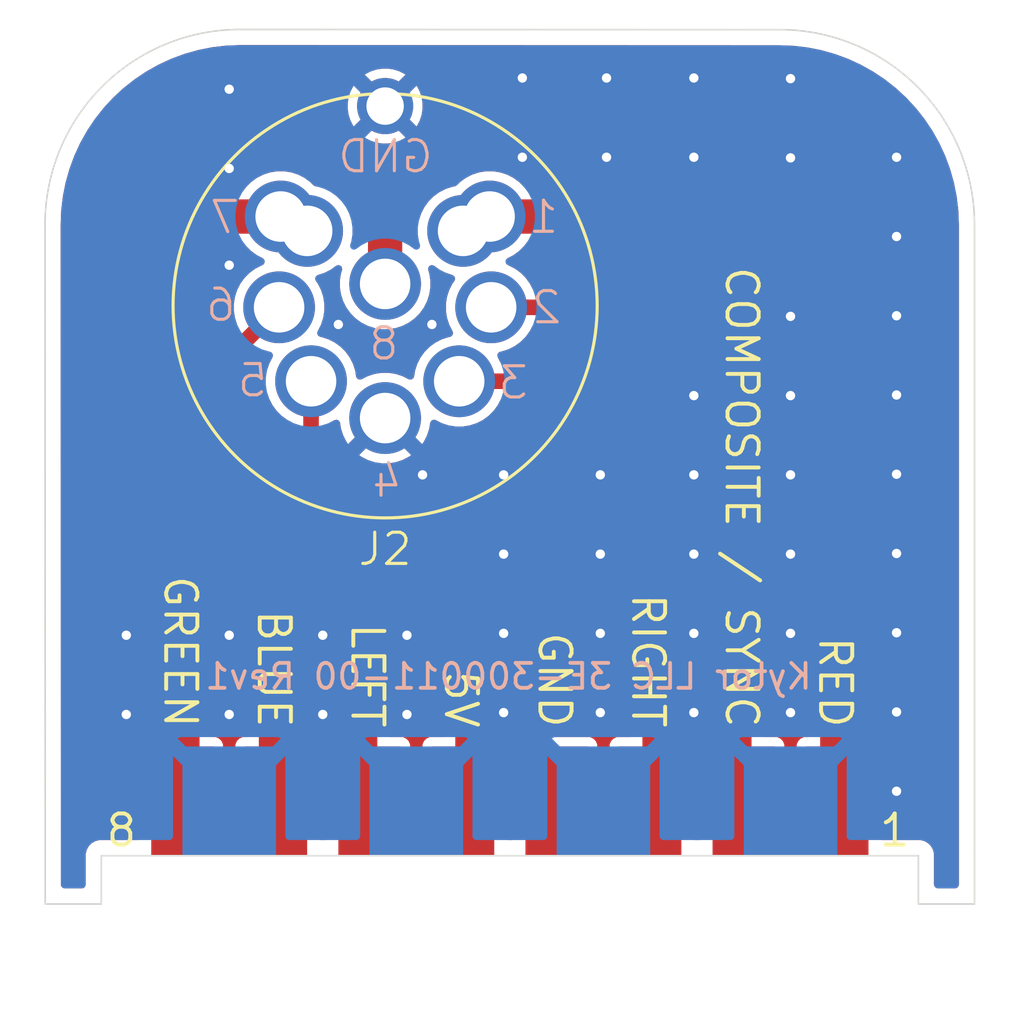
<source format=kicad_pcb>
(kicad_pcb (version 20241229) (generator "pcbnew") (generator_version "9.0")
  (layers (0 "F.Cu" signal) (2 "B.Cu" signal) (13 "F.Paste" user) (15 "B.Paste" user) (5 "F.SilkS" user "F.Silkscreen") (7 "B.SilkS" user "B.Silkscreen") (1 "F.Mask" user) (3 "B.Mask" user) (25 "Edge.Cuts" user))
  (net 0 "")
  (net 1 "/Sync")
  (net 2 "/Red")
  (net 3 "/Blue")
  (net 4 "/Left")
  (net 5 "/Right")
  (net 6 "/Green")
  (net 7 "/5V")
  (net 8 "GND")
  (footprint "Custom_Connectors:Tee Joint 9 Pin" (layer "F.Cu") (at 165.4 99.075)
    (property "Reference" "J1" (hide yes))
    (property "Value" "~")
    (fp_line (start -13.8 -0.5) (end -13.8 -2.05) (stroke (width 0.05)) (layer "Edge.Cuts"))
    (fp_line (start -12 -2.05) (end -12 -0.5) (stroke (width 0.05)) (layer "Edge.Cuts"))
    (fp_line (start -12 -0.5) (end -13.8 -0.5) (stroke (width 0.05)) (layer "Edge.Cuts"))
    (fp_line (start -10.4 -2.05) (end -12 -2.05) (stroke (width 0.05)) (layer "Edge.Cuts"))
    (fp_line (start -10.4 -2.05) (end 12.6 -2.05) (stroke (width 0.05)) (layer "Edge.Cuts"))
    (fp_line (start 12.6 -2.05) (end 14.2 -2.05) (stroke (width 0.05)) (layer "Edge.Cuts"))
    (fp_line (start 14.2 -2.05) (end 14.2 -0.5) (stroke (width 0.05)) (layer "Edge.Cuts"))
    (fp_line (start 14.2 -0.5) (end 16 -0.5) (stroke (width 0.05)) (layer "Edge.Cuts"))
    (fp_line (start 16 -0.5) (end 16 -2.05) (stroke (width 0.05)) (layer "Edge.Cuts"))
    (pad "1" smd rect (at 11.6 -3.8) (size 2 3.5) (layers "F.Cu" "F.Mask" "F.Paste") (net 2 "/Red"))
    (pad "2" smd rect (at 8.6 -3.8) (size 2 3.5) (layers "F.Cu" "F.Mask" "F.Paste") (net 1 "/Sync"))
    (pad "3" smd rect (at 5.6 -3.8) (size 2 3.5) (layers "F.Cu" "F.Mask" "F.Paste") (net 5 "/Right"))
    (pad "4" smd rect (at 2.6 -3.8) (size 2 3.5) (layers "F.Cu" "F.Mask" "F.Paste") (net 8 "GND"))
    (pad "5" smd rect (at -0.4 -3.8) (size 2 3.5) (layers "F.Cu" "F.Mask" "F.Paste") (net 7 "/5V"))
    (pad "6" smd rect (at -3.4 -3.8) (size 2 3.5) (layers "F.Cu" "F.Mask" "F.Paste") (net 4 "/Left"))
    (pad "7" smd rect (at -6.4 -3.8) (size 2 3.5) (layers "F.Cu" "F.Mask" "F.Paste") (net 3 "/Blue"))
    (pad "8" smd rect (at -9.4 -3.8) (size 2 3.5) (layers "F.Cu" "F.Mask" "F.Paste") (net 6 "/Green"))
    (pad "GND" smd rect (at -7.9 -3.8) (size 3 3.5) (layers "B.Cu" "B.Mask" "B.Paste") (net 8 "GND"))
    (pad "GND" smd rect (at -1.9 -3.8) (size 3 3.5) (layers "B.Cu" "B.Mask" "B.Paste") (net 8 "GND"))
    (pad "GND" smd rect (at 4.1 -3.8) (size 3 3.5) (layers "B.Cu" "B.Mask" "B.Paste") (net 8 "GND"))
    (pad "GND" smd rect (at 10.1 -3.8) (size 3 3.5) (layers "B.Cu" "B.Mask" "B.Paste") (net 8 "GND"))
  )
  (footprint "Custom_Connectors:DIN_8_262-270_Male" (layer "F.Cu") (at 162.5 86)
    (property "Reference" "J2" (at 0 1.2 0) (layer "F.SilkS") (effects (font (thickness 0.1))))
    (property "Value" "~")
    (fp_circle (center 0 -6.6) (end 6.8 -6.6) (stroke (width 0.1)) (fill no) (layer "F.SilkS"))
    (fp_text user "1" (at 5.62 -8.86 0) (layer "B.SilkS") (effects (font (thickness 0.1)) (justify left bottom mirror)))
    (fp_text user "5" (at -3.71 -3.62 0) (layer "B.SilkS") (effects (font (thickness 0.1)) (justify left bottom mirror)))
    (fp_text user "7" (at -4.6 -8.85 0) (layer "B.SilkS") (effects (font (thickness 0.1)) (justify left bottom mirror)))
    (fp_text user "3" (at 4.65 -3.55 0) (layer "B.SilkS") (effects (font (thickness 0.1)) (justify left bottom mirror)))
    (fp_text user "4" (at 0.6 -0.4 0) (layer "B.SilkS") (effects (font (thickness 0.1)) (justify left bottom mirror)))
    (fp_text user "GND" (at 1.6 -10.8 0) (layer "B.SilkS") (effects (font (thickness 0.1)) (justify left bottom mirror)))
    (fp_text user "6" (at -4.73 -6.04 0) (layer "B.SilkS") (effects (font (thickness 0.1)) (justify left bottom mirror)))
    (fp_text user "8" (at 0.5 -4.8 0) (layer "B.SilkS") (effects (font (thickness 0.1)) (justify left bottom mirror)))
    (fp_text user "2" (at 5.72 -5.96 0) (layer "B.SilkS") (effects (font (thickness 0.1)) (justify left bottom mirror)))
    (pad "1" thru_hole circle (at 3.35 -9.46 180) (size 2.3 2.3) (drill 1.62) (layers "*.Cu" "*.Mask") (net 2 "/Red"))
    (pad "2" thru_hole circle (at 3.4 -6.55 180) (size 2.3 2.3) (drill 1.62) (layers "*.Cu" "*.Mask") (net 1 "/Sync"))
    (pad "3" thru_hole circle (at 2.375 -4.18 180) (size 2.3 2.3) (drill 1.62) (layers "*.Cu" "*.Mask") (net 5 "/Right"))
    (pad "4" thru_hole circle (at 0 -3 180) (size 2.3 2.3) (drill 1.62) (layers "*.Cu" "*.Mask") (net 8 "GND"))
    (pad "5" thru_hole circle (at -2.375 -4.18 180) (size 2.3 2.3) (drill 1.62) (layers "*.Cu" "*.Mask") (net 7 "/5V"))
    (pad "6" thru_hole circle (at -3.4 -6.55 180) (size 2.3 2.3) (drill 1.62) (layers "*.Cu" "*.Mask") (net 4 "/Left"))
    (pad "7" thru_hole circle (at -3.35 -9.46 180) (size 2.3 2.3) (drill 1.62) (layers "*.Cu" "*.Mask") (net 3 "/Blue"))
    (pad "7" thru_hole circle (at -2.5 -9 180) (size 2.3 2.3) (drill 1.62) (layers "*.Cu" "*.Mask") (net 3 "/Blue"))
    (pad "7" thru_hole circle (at 2.5 -9 180) (size 2.3 2.3) (drill 1.62) (layers "*.Cu" "*.Mask") (net 3 "/Blue"))
    (pad "8" thru_hole circle (at 0 -7.3 180) (size 2.3 2.3) (drill 1.62) (layers "*.Cu" "*.Mask") (net 6 "/Green"))
    (pad "GND" thru_hole circle (at 0 -13 180) (size 1.8 1.8) (drill 1.2) (layers "*.Cu" "*.Mask") (net 8 "GND"))
  )
  (gr_line (start 175.15 70.55) (end 157.844417 70.544417) (stroke (width 0.05)) (layer "Edge.Cuts"))
  (gr_arc (start 151.594417 76.794417) (mid 153.425 72.375) (end 157.844417 70.544417) (stroke (width 0.05)) (layer "Edge.Cuts"))
  (gr_line (start 151.6 97.025) (end 151.594417 76.794417) (stroke (width 0.05)) (layer "Edge.Cuts"))
  (gr_arc (start 175.15 70.55) (mid 179.569417 72.380583) (end 181.4 76.8) (stroke (width 0.05)) (layer "Edge.Cuts"))
  (gr_line (start 181.4 76.8) (end 181.4 97.025) (stroke (width 0.05)) (layer "Edge.Cuts"))
  (gr_text "RED" (at 176.35 93 270) (layer "F.SilkS") (effects (font (size 1 1) (thickness 0.125)) (justify right bottom)))
  (gr_text "LEFT" (at 161.35 93 270) (layer "F.SilkS") (effects (font (size 1 1) (thickness 0.125)) (justify right bottom)))
  (gr_text "GND" (at 167.35 93 270) (layer "F.SilkS") (effects (font (size 1 1) (thickness 0.125)) (justify right bottom)))
  (gr_text "COMPOSITE / SYNC" (at 173.35 93 270) (layer "F.SilkS") (effects (font (size 1 1) (thickness 0.125)) (justify right bottom)))
  (gr_text "GREEN" (at 155.35 93 270) (layer "F.SilkS") (effects (font (size 1 1) (thickness 0.125)) (justify right bottom)))
  (gr_text "5V" (at 164.35 93 270) (layer "F.SilkS") (effects (font (size 1 1) (thickness 0.125)) (justify right bottom)))
  (gr_text "RIGHT" (at 170.35 93 270) (layer "F.SilkS") (effects (font (size 1 1) (thickness 0.125)) (justify right bottom)))
  (gr_text "1" (at 179.4 96.8 0) (layer "F.SilkS") (effects (font (size 1 1) (thickness 0.125)) (justify right bottom)))
  (gr_text "BLUE" (at 158.35 93 270) (layer "F.SilkS") (effects (font (size 1 1) (thickness 0.125)) (justify right bottom)))
  (gr_text "8" (at 154.6 96.8 0) (layer "F.SilkS") (effects (font (size 1 1) (thickness 0.125)) (justify right bottom)))
  (gr_text "Kytor LLC 3E-300011-00 Rev1" (at 176.25 91.75 0) (layer "B.SilkS") (effects (font (size 0.8 0.8) (thickness 0.12)) (justify left bottom mirror)))
  (segment (start 174 85.65) (end 174 95.275) (width 0.5) (layer "F.Cu") (net 1))
  (segment (start 165.9 79.45) (end 171.6 79.45) (width 0.5) (layer "F.Cu") (net 1))
  (segment (start 174 84.8) (end 174 85.65) (width 0.5) (layer "F.Cu") (net 1))
  (segment (start 174 81.85) (end 174 85.65) (width 0.5) (layer "F.Cu") (net 1))
  (segment (start 171.6 79.45) (end 174 81.85) (width 0.5) (layer "F.Cu") (net 1))
  (segment (start 177 78.4) (end 177 95.275) (width 1.1) (layer "F.Cu") (net 2))
  (segment (start 165.85 76.54) (end 175.14 76.54) (width 1.1) (layer "F.Cu") (net 2))
  (segment (start 175.14 76.54) (end 177 78.4) (width 1.1) (layer "F.Cu") (net 2))
  (segment (start 177 95.275) (end 176.775 95.275) (width 1.1) (layer "F.Cu") (net 2))
  (segment (start 159.15 76.54) (end 157.26 76.54) (width 1.1) (layer "F.Cu") (net 3))
  (segment (start 159 88) (end 159 95.275) (width 1.1) (layer "F.Cu") (net 3))
  (segment (start 155.95 77.85) (end 155.95 84.95) (width 1.1) (layer "F.Cu") (net 3))
  (segment (start 155.95 84.95) (end 159 88) (width 1.1) (layer "F.Cu") (net 3))
  (segment (start 157.26 76.54) (end 155.95 77.85) (width 1.1) (layer "F.Cu") (net 3))
  (segment (start 162 88.05) (end 162 95.275) (width 0.5) (layer "F.Cu") (net 4))
  (segment (start 159.1 79.45) (end 157.95 80.6) (width 0.5) (layer "F.Cu") (net 4))
  (segment (start 157.95 80.6) (end 157.95 84) (width 0.5) (layer "F.Cu") (net 4))
  (segment (start 157.95 84) (end 162 88.05) (width 0.5) (layer "F.Cu") (net 4))
  (segment (start 162 95.275) (end 161.775 95.275) (width 0.5) (layer "F.Cu") (net 4))
  (segment (start 170.775 95.275) (end 170.5 95) (width 0.5) (layer "F.Cu") (net 5))
  (segment (start 171 84.45) (end 171 95.275) (width 0.5) (layer "F.Cu") (net 5))
  (segment (start 168.37 81.82) (end 171 84.45) (width 0.5) (layer "F.Cu") (net 5))
  (segment (start 164.875 81.82) (end 168.37 81.82) (width 0.5) (layer "F.Cu") (net 5))
  (segment (start 156 95.275) (end 156 89.275) (width 1.1) (layer "F.Cu") (net 6))
  (segment (start 153.575 86.85) (end 153.575 76.425) (width 1.1) (layer "F.Cu") (net 6))
  (segment (start 153.575 76.425) (end 156.35 73.65) (width 1.1) (layer "F.Cu") (net 6))
  (segment (start 156.35 73.65) (end 159.9 73.65) (width 1.1) (layer "F.Cu") (net 6))
  (segment (start 159.9 73.65) (end 162.5 76.25) (width 1.1) (layer "F.Cu") (net 6))
  (segment (start 156 89.275) (end 153.575 86.85) (width 1.1) (layer "F.Cu") (net 6))
  (segment (start 162.5 76.25) (end 162.5 78.7) (width 1.1) (layer "F.Cu") (net 6))
  (segment (start 160.125 83.85) (end 165 88.725) (width 0.5) (layer "F.Cu") (net 7))
  (segment (start 160.125 81.82) (end 160.125 83.85) (width 0.5) (layer "F.Cu") (net 7))
  (segment (start 165 88.725) (end 165 95.275) (width 0.5) (layer "F.Cu") (net 7))
  (via (at 163.7 84.82) (size 0.6) (drill 0.3) (layers "F.Cu" "B.Cu") (net 8))
  (via (at 166.9 74.64) (size 0.6) (drill 0.3) (layers "F.Cu" "B.Cu") (net 8))
  (via (at 175.5 79.74) (size 0.6) (drill 0.3) (layers "F.Cu" "B.Cu") (net 8))
  (via (at 178.9 77.18) (size 0.6) (drill 0.3) (layers "F.Cu" "B.Cu") (net 8))
  (via (at 157.5 92.5) (size 0.6) (drill 0.3) (layers "F.Cu" "B.Cu") (net 8))
  (via (at 172.4 82.28) (size 0.6) (drill 0.3) (layers "F.Cu" "B.Cu") (net 8))
  (via (at 166.3 89.9) (size 0.6) (drill 0.3) (layers "F.Cu" "B.Cu") (net 8))
  (via (at 172.4 89.9) (size 0.6) (drill 0.3) (layers "F.Cu" "B.Cu") (net 8))
  (via (at 178.9 89.88) (size 0.6) (drill 0.3) (layers "F.Cu" "B.Cu") (net 8))
  (via (at 160.5 89.96) (size 0.6) (drill 0.3) (layers "F.Cu" "B.Cu") (net 8))
  (via (at 172.4 92.44) (size 0.6) (drill 0.3) (layers "F.Cu" "B.Cu") (net 8))
  (via (at 178.9 87.34) (size 0.6) (drill 0.3) (layers "F.Cu" "B.Cu") (net 8))
  (via (at 166.3 84.82) (size 0.6) (drill 0.3) (layers "F.Cu" "B.Cu") (net 8))
  (via (at 175.5 82.28) (size 0.6) (drill 0.3) (layers "F.Cu" "B.Cu") (net 8))
  (via (at 157.5 75) (size 0.6) (drill 0.3) (layers "F.Cu" "B.Cu") (net 8))
  (via (at 163.2 92.5) (size 0.6) (drill 0.3) (layers "F.Cu" "B.Cu") (net 8))
  (via (at 178.9 92.42) (size 0.6) (drill 0.3) (layers "F.Cu" "B.Cu") (net 8))
  (via (at 166.9 72.1) (size 0.6) (drill 0.3) (layers "F.Cu" "B.Cu") (net 8))
  (via (at 175.5 92.44) (size 0.6) (drill 0.3) (layers "F.Cu" "B.Cu") (net 8))
  (via (at 169.6 74.64) (size 0.6) (drill 0.3) (layers "F.Cu" "B.Cu") (net 8))
  (via (at 169.4 92.44) (size 0.6) (drill 0.3) (layers "F.Cu" "B.Cu") (net 8))
  (via (at 175.5 87.36) (size 0.6) (drill 0.3) (layers "F.Cu" "B.Cu") (net 8))
  (via (at 157.5 89.96) (size 0.6) (drill 0.3) (layers "F.Cu" "B.Cu") (net 8))
  (via (at 157.5 72.46) (size 0.6) (drill 0.3) (layers "F.Cu" "B.Cu") (net 8))
  (via (at 178.9 82.26) (size 0.6) (drill 0.3) (layers "F.Cu" "B.Cu") (net 8))
  (via (at 172.4 84.82) (size 0.6) (drill 0.3) (layers "F.Cu" "B.Cu") (net 8))
  (via (at 178.9 74.64) (size 0.6) (drill 0.3) (layers "F.Cu" "B.Cu") (net 8))
  (via (at 154.2 92.5) (size 0.6) (drill 0.3) (layers "F.Cu" "B.Cu") (net 8))
  (via (at 160.5 92.5) (size 0.6) (drill 0.3) (layers "F.Cu" "B.Cu") (net 8))
  (via (at 178.9 94.96) (size 0.6) (drill 0.3) (layers "F.Cu" "B.Cu") (net 8))
  (via (at 161 80) (size 0.6) (drill 0.3) (layers "F.Cu" "B.Cu") (net 8))
  (via (at 175.5 74.66) (size 0.6) (drill 0.3) (layers "F.Cu" "B.Cu") (net 8))
  (via (at 154.2 89.96) (size 0.6) (drill 0.3) (layers "F.Cu" "B.Cu") (net 8))
  (via (at 169.4 84.82) (size 0.6) (drill 0.3) (layers "F.Cu" "B.Cu") (net 8))
  (via (at 157.5 78.1) (size 0.6) (drill 0.3) (layers "F.Cu" "B.Cu") (net 8))
  (via (at 169.6 72.1) (size 0.6) (drill 0.3) (layers "F.Cu" "B.Cu") (net 8))
  (via (at 169.4 89.9) (size 0.6) (drill 0.3) (layers "F.Cu" "B.Cu") (net 8))
  (via (at 178.9 84.8) (size 0.6) (drill 0.3) (layers "F.Cu" "B.Cu") (net 8))
  (via (at 166.3 92.44) (size 0.6) (drill 0.3) (layers "F.Cu" "B.Cu") (net 8))
  (via (at 172.4 74.64) (size 0.6) (drill 0.3) (layers "F.Cu" "B.Cu") (net 8))
  (via (at 163.2 89.96) (size 0.6) (drill 0.3) (layers "F.Cu" "B.Cu") (net 8))
  (via (at 172.4 72.1) (size 0.6) (drill 0.3) (layers "F.Cu" "B.Cu") (net 8))
  (via (at 172.4 87.36) (size 0.6) (drill 0.3) (layers "F.Cu" "B.Cu") (net 8))
  (via (at 175.5 72.12) (size 0.6) (drill 0.3) (layers "F.Cu" "B.Cu") (net 8))
  (via (at 175.5 89.9) (size 0.6) (drill 0.3) (layers "F.Cu" "B.Cu") (net 8))
  (via (at 166.3 87.36) (size 0.6) (drill 0.3) (layers "F.Cu" "B.Cu") (net 8))
  (via (at 175.5 84.82) (size 0.6) (drill 0.3) (layers "F.Cu" "B.Cu") (net 8))
  (via (at 169.4 87.36) (size 0.6) (drill 0.3) (layers "F.Cu" "B.Cu") (net 8))
  (via (at 164 80) (size 0.6) (drill 0.3) (layers "F.Cu" "B.Cu") (net 8))
  (via (at 178.9 79.72) (size 0.6) (drill 0.3) (layers "F.Cu" "B.Cu") (net 8))
  (zone (net 8) (net_name "GND") (layers "F.Cu" "B.Cu") (connect_pads (clearance 0.3)) (min_thickness 0.25) (fill yes (thermal_gap 0.3) (thermal_bridge_width 0.5) (island_removal_mode 1) (island_area_min 10))
    (polygon (pts (xy 182.9 99.35) (xy 150.15 99.45) (xy 150.4 69.6) (xy 182.9 69.6)))
  )
)
</source>
